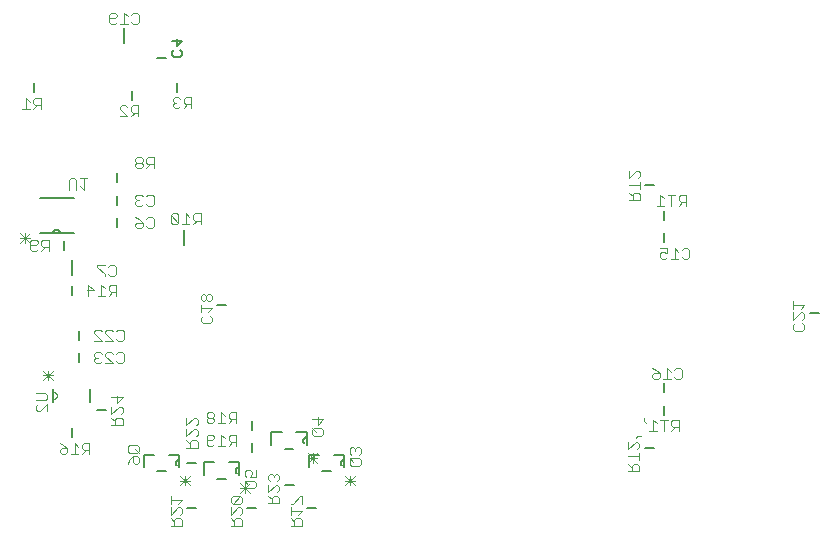
<source format=gbo>
G75*
%MOIN*%
%OFA0B0*%
%FSLAX25Y25*%
%IPPOS*%
%LPD*%
%AMOC8*
5,1,8,0,0,1.08239X$1,22.5*
%
%ADD10C,0.00600*%
%ADD11C,0.00300*%
%ADD12C,0.00800*%
%ADD13C,0.00000*%
%ADD14C,0.00700*%
D10*
X0085600Y0040100D02*
X0085600Y0044300D01*
X0089100Y0044300D01*
X0093900Y0044300D02*
X0097400Y0044300D01*
X0097400Y0042700D01*
X0097400Y0040100D01*
X0096500Y0040701D02*
X0096458Y0040754D01*
X0096419Y0040810D01*
X0096383Y0040868D01*
X0096351Y0040928D01*
X0096322Y0040989D01*
X0096296Y0041052D01*
X0096274Y0041117D01*
X0096255Y0041182D01*
X0096240Y0041249D01*
X0096229Y0041316D01*
X0096222Y0041384D01*
X0096218Y0041452D01*
X0096219Y0041520D01*
X0096223Y0041588D01*
X0096231Y0041656D01*
X0096242Y0041723D01*
X0096258Y0041789D01*
X0096277Y0041855D01*
X0096299Y0041919D01*
X0096325Y0041982D01*
X0096355Y0042043D01*
X0096388Y0042103D01*
X0096425Y0042160D01*
X0096464Y0042216D01*
X0096507Y0042269D01*
X0096552Y0042320D01*
X0096600Y0042368D01*
X0096651Y0042413D01*
X0096704Y0042456D01*
X0096760Y0042495D01*
X0096817Y0042531D01*
X0096877Y0042564D01*
X0096938Y0042594D01*
X0097001Y0042620D01*
X0097066Y0042643D01*
X0097131Y0042662D01*
X0097197Y0042677D01*
X0097265Y0042689D01*
X0097332Y0042696D01*
X0097400Y0042700D01*
X0092900Y0038700D02*
X0090100Y0038700D01*
X0105600Y0037600D02*
X0105600Y0041800D01*
X0109100Y0041800D01*
X0113900Y0041800D02*
X0117400Y0041800D01*
X0117400Y0040200D01*
X0117400Y0037600D01*
X0116500Y0038201D02*
X0116458Y0038254D01*
X0116419Y0038310D01*
X0116383Y0038368D01*
X0116351Y0038428D01*
X0116322Y0038489D01*
X0116296Y0038552D01*
X0116274Y0038617D01*
X0116255Y0038682D01*
X0116240Y0038749D01*
X0116229Y0038816D01*
X0116222Y0038884D01*
X0116218Y0038952D01*
X0116219Y0039020D01*
X0116223Y0039088D01*
X0116231Y0039156D01*
X0116242Y0039223D01*
X0116258Y0039289D01*
X0116277Y0039355D01*
X0116299Y0039419D01*
X0116325Y0039482D01*
X0116355Y0039543D01*
X0116388Y0039603D01*
X0116425Y0039660D01*
X0116464Y0039716D01*
X0116507Y0039769D01*
X0116552Y0039820D01*
X0116600Y0039868D01*
X0116651Y0039913D01*
X0116704Y0039956D01*
X0116760Y0039995D01*
X0116817Y0040031D01*
X0116877Y0040064D01*
X0116938Y0040094D01*
X0117001Y0040120D01*
X0117066Y0040143D01*
X0117131Y0040162D01*
X0117197Y0040177D01*
X0117265Y0040189D01*
X0117332Y0040196D01*
X0117400Y0040200D01*
X0112900Y0036200D02*
X0110100Y0036200D01*
X0128100Y0047600D02*
X0128100Y0051800D01*
X0131600Y0051800D01*
X0136400Y0051800D02*
X0139900Y0051800D01*
X0139900Y0050200D01*
X0139900Y0047600D01*
X0139000Y0048201D02*
X0138958Y0048254D01*
X0138919Y0048310D01*
X0138883Y0048368D01*
X0138851Y0048428D01*
X0138822Y0048489D01*
X0138796Y0048552D01*
X0138774Y0048617D01*
X0138755Y0048682D01*
X0138740Y0048749D01*
X0138729Y0048816D01*
X0138722Y0048884D01*
X0138718Y0048952D01*
X0138719Y0049020D01*
X0138723Y0049088D01*
X0138731Y0049156D01*
X0138742Y0049223D01*
X0138758Y0049289D01*
X0138777Y0049355D01*
X0138799Y0049419D01*
X0138825Y0049482D01*
X0138855Y0049543D01*
X0138888Y0049603D01*
X0138925Y0049660D01*
X0138964Y0049716D01*
X0139007Y0049769D01*
X0139052Y0049820D01*
X0139100Y0049868D01*
X0139151Y0049913D01*
X0139204Y0049956D01*
X0139260Y0049995D01*
X0139317Y0050031D01*
X0139377Y0050064D01*
X0139438Y0050094D01*
X0139501Y0050120D01*
X0139566Y0050143D01*
X0139631Y0050162D01*
X0139697Y0050177D01*
X0139765Y0050189D01*
X0139832Y0050196D01*
X0139900Y0050200D01*
X0135400Y0046200D02*
X0132600Y0046200D01*
X0140600Y0044300D02*
X0144100Y0044300D01*
X0140600Y0044300D02*
X0140600Y0040100D01*
X0145100Y0038700D02*
X0147900Y0038700D01*
X0152400Y0040100D02*
X0152400Y0042700D01*
X0152400Y0044300D01*
X0148900Y0044300D01*
X0152400Y0042700D02*
X0152332Y0042696D01*
X0152265Y0042689D01*
X0152197Y0042677D01*
X0152131Y0042662D01*
X0152066Y0042643D01*
X0152001Y0042620D01*
X0151938Y0042594D01*
X0151877Y0042564D01*
X0151817Y0042531D01*
X0151760Y0042495D01*
X0151704Y0042456D01*
X0151651Y0042413D01*
X0151600Y0042368D01*
X0151552Y0042320D01*
X0151507Y0042269D01*
X0151464Y0042216D01*
X0151425Y0042160D01*
X0151388Y0042103D01*
X0151355Y0042043D01*
X0151325Y0041982D01*
X0151299Y0041919D01*
X0151277Y0041855D01*
X0151258Y0041789D01*
X0151242Y0041723D01*
X0151231Y0041656D01*
X0151223Y0041588D01*
X0151219Y0041520D01*
X0151218Y0041452D01*
X0151222Y0041384D01*
X0151229Y0041316D01*
X0151240Y0041249D01*
X0151255Y0041182D01*
X0151274Y0041117D01*
X0151296Y0041052D01*
X0151322Y0040989D01*
X0151351Y0040928D01*
X0151383Y0040868D01*
X0151419Y0040810D01*
X0151458Y0040754D01*
X0151500Y0040701D01*
X0067600Y0061800D02*
X0067600Y0066200D01*
X0055400Y0066200D02*
X0055400Y0065200D01*
X0055400Y0062800D01*
X0055400Y0061800D01*
X0055300Y0118100D02*
X0050800Y0118100D01*
X0055300Y0118100D02*
X0057700Y0118100D01*
X0062200Y0118100D01*
X0057700Y0118100D02*
X0057698Y0118169D01*
X0057692Y0118237D01*
X0057682Y0118305D01*
X0057669Y0118372D01*
X0057651Y0118438D01*
X0057630Y0118503D01*
X0057605Y0118567D01*
X0057577Y0118629D01*
X0057545Y0118690D01*
X0057510Y0118749D01*
X0057471Y0118805D01*
X0057429Y0118860D01*
X0057384Y0118911D01*
X0057336Y0118961D01*
X0057286Y0119007D01*
X0057233Y0119050D01*
X0057177Y0119091D01*
X0057120Y0119128D01*
X0057060Y0119161D01*
X0056998Y0119192D01*
X0056935Y0119218D01*
X0056871Y0119241D01*
X0056805Y0119261D01*
X0056738Y0119276D01*
X0056671Y0119288D01*
X0056603Y0119296D01*
X0056534Y0119300D01*
X0056466Y0119300D01*
X0056397Y0119296D01*
X0056329Y0119288D01*
X0056262Y0119276D01*
X0056195Y0119261D01*
X0056129Y0119241D01*
X0056065Y0119218D01*
X0056002Y0119192D01*
X0055940Y0119161D01*
X0055880Y0119128D01*
X0055823Y0119091D01*
X0055767Y0119050D01*
X0055714Y0119007D01*
X0055664Y0118961D01*
X0055616Y0118911D01*
X0055571Y0118860D01*
X0055529Y0118805D01*
X0055490Y0118749D01*
X0055455Y0118690D01*
X0055423Y0118629D01*
X0055395Y0118567D01*
X0055370Y0118503D01*
X0055349Y0118438D01*
X0055331Y0118372D01*
X0055318Y0118305D01*
X0055308Y0118237D01*
X0055302Y0118169D01*
X0055300Y0118100D01*
X0050800Y0129900D02*
X0062200Y0129900D01*
D11*
X0057564Y0045759D02*
X0057564Y0045142D01*
X0058182Y0044525D01*
X0059416Y0044525D01*
X0060033Y0045142D01*
X0060033Y0046376D01*
X0058182Y0046376D01*
X0057564Y0045759D01*
X0058799Y0047611D02*
X0060033Y0046376D01*
X0058799Y0047611D02*
X0057564Y0048228D01*
X0062482Y0048228D02*
X0062482Y0044525D01*
X0063716Y0044525D02*
X0061248Y0044525D01*
X0063716Y0046994D02*
X0062482Y0048228D01*
X0064931Y0047611D02*
X0064931Y0046376D01*
X0065548Y0045759D01*
X0067399Y0045759D01*
X0066165Y0045759D02*
X0064931Y0044525D01*
X0067399Y0044525D02*
X0067399Y0048228D01*
X0065548Y0048228D01*
X0064931Y0047611D01*
X0074775Y0054150D02*
X0078478Y0054150D01*
X0078478Y0056002D01*
X0077861Y0056619D01*
X0076627Y0056619D01*
X0076010Y0056002D01*
X0076010Y0054150D01*
X0076010Y0055384D02*
X0074775Y0056619D01*
X0074775Y0057833D02*
X0077244Y0060302D01*
X0077861Y0060302D01*
X0078478Y0059685D01*
X0078478Y0058450D01*
X0077861Y0057833D01*
X0074775Y0057833D02*
X0074775Y0060302D01*
X0076627Y0061516D02*
X0076627Y0063985D01*
X0078478Y0063368D02*
X0074775Y0063368D01*
X0076627Y0061516D02*
X0078478Y0063368D01*
X0078233Y0074775D02*
X0076998Y0074775D01*
X0076381Y0075392D01*
X0075167Y0074775D02*
X0072698Y0077244D01*
X0072698Y0077861D01*
X0073315Y0078478D01*
X0074550Y0078478D01*
X0075167Y0077861D01*
X0076381Y0077861D02*
X0076998Y0078478D01*
X0078233Y0078478D01*
X0078850Y0077861D01*
X0078850Y0075392D01*
X0078233Y0074775D01*
X0075167Y0074775D02*
X0072698Y0074775D01*
X0071484Y0075392D02*
X0070867Y0074775D01*
X0069632Y0074775D01*
X0069015Y0075392D01*
X0069015Y0076010D01*
X0069632Y0076627D01*
X0070249Y0076627D01*
X0069632Y0076627D02*
X0069015Y0077244D01*
X0069015Y0077861D01*
X0069632Y0078478D01*
X0070867Y0078478D01*
X0071484Y0077861D01*
X0071484Y0082275D02*
X0069015Y0082275D01*
X0071484Y0082275D02*
X0069015Y0084744D01*
X0069015Y0085361D01*
X0069632Y0085978D01*
X0070867Y0085978D01*
X0071484Y0085361D01*
X0072698Y0085361D02*
X0073315Y0085978D01*
X0074550Y0085978D01*
X0075167Y0085361D01*
X0076381Y0085361D02*
X0076998Y0085978D01*
X0078233Y0085978D01*
X0078850Y0085361D01*
X0078850Y0082892D01*
X0078233Y0082275D01*
X0076998Y0082275D01*
X0076381Y0082892D01*
X0075167Y0082275D02*
X0072698Y0082275D01*
X0075167Y0082275D02*
X0072698Y0084744D01*
X0072698Y0085361D01*
X0072667Y0097275D02*
X0070198Y0097275D01*
X0071432Y0097275D02*
X0071432Y0100978D01*
X0072667Y0099744D01*
X0073881Y0100361D02*
X0073881Y0099127D01*
X0074498Y0098510D01*
X0076350Y0098510D01*
X0075116Y0098510D02*
X0073881Y0097275D01*
X0076350Y0097275D02*
X0076350Y0100978D01*
X0074498Y0100978D01*
X0073881Y0100361D01*
X0074365Y0103900D02*
X0073748Y0104517D01*
X0074365Y0103900D02*
X0075599Y0103900D01*
X0076216Y0104517D01*
X0076216Y0106986D01*
X0075599Y0107603D01*
X0074365Y0107603D01*
X0073748Y0106986D01*
X0072533Y0107603D02*
X0070064Y0107603D01*
X0070064Y0106986D01*
X0072533Y0104517D01*
X0072533Y0103900D01*
X0068984Y0099127D02*
X0067132Y0100978D01*
X0067132Y0097275D01*
X0066515Y0099127D02*
X0068984Y0099127D01*
X0053850Y0112275D02*
X0053850Y0115978D01*
X0051998Y0115978D01*
X0051381Y0115361D01*
X0051381Y0114127D01*
X0051998Y0113510D01*
X0053850Y0113510D01*
X0052616Y0113510D02*
X0051381Y0112275D01*
X0050167Y0112892D02*
X0049550Y0112275D01*
X0048315Y0112275D01*
X0047698Y0112892D01*
X0047698Y0115361D01*
X0048315Y0115978D01*
X0049550Y0115978D01*
X0050167Y0115361D01*
X0050167Y0114744D01*
X0049550Y0114127D01*
X0047698Y0114127D01*
X0047586Y0114930D02*
X0044450Y0118066D01*
X0044450Y0116498D02*
X0047586Y0116498D01*
X0047586Y0118066D02*
X0044450Y0114930D01*
X0046018Y0114930D02*
X0046018Y0118066D01*
X0060550Y0132647D02*
X0060550Y0135733D01*
X0061167Y0136350D01*
X0062402Y0136350D01*
X0063019Y0135733D01*
X0063019Y0132647D01*
X0064233Y0133881D02*
X0065468Y0132647D01*
X0065468Y0136350D01*
X0066702Y0136350D02*
X0064233Y0136350D01*
X0082698Y0140392D02*
X0083315Y0139775D01*
X0084550Y0139775D01*
X0085167Y0140392D01*
X0085167Y0141010D01*
X0084550Y0141627D01*
X0083315Y0141627D01*
X0082698Y0141010D01*
X0082698Y0140392D01*
X0083315Y0141627D02*
X0082698Y0142244D01*
X0082698Y0142861D01*
X0083315Y0143478D01*
X0084550Y0143478D01*
X0085167Y0142861D01*
X0085167Y0142244D01*
X0084550Y0141627D01*
X0086381Y0141627D02*
X0086998Y0141010D01*
X0088850Y0141010D01*
X0087616Y0141010D02*
X0086381Y0139775D01*
X0086381Y0141627D02*
X0086381Y0142861D01*
X0086998Y0143478D01*
X0088850Y0143478D01*
X0088850Y0139775D01*
X0088233Y0130978D02*
X0086998Y0130978D01*
X0086381Y0130361D01*
X0085167Y0130361D02*
X0084550Y0130978D01*
X0083315Y0130978D01*
X0082698Y0130361D01*
X0082698Y0129744D01*
X0083315Y0129127D01*
X0082698Y0128510D01*
X0082698Y0127892D01*
X0083315Y0127275D01*
X0084550Y0127275D01*
X0085167Y0127892D01*
X0086381Y0127892D02*
X0086998Y0127275D01*
X0088233Y0127275D01*
X0088850Y0127892D01*
X0088850Y0130361D01*
X0088233Y0130978D01*
X0083932Y0129127D02*
X0083315Y0129127D01*
X0082698Y0123478D02*
X0083932Y0122861D01*
X0085167Y0121627D01*
X0083315Y0121627D01*
X0082698Y0121010D01*
X0082698Y0120392D01*
X0083315Y0119775D01*
X0084550Y0119775D01*
X0085167Y0120392D01*
X0085167Y0121627D01*
X0086381Y0122861D02*
X0086998Y0123478D01*
X0088233Y0123478D01*
X0088850Y0122861D01*
X0088850Y0120392D01*
X0088233Y0119775D01*
X0086998Y0119775D01*
X0086381Y0120392D01*
X0094640Y0121642D02*
X0095257Y0121025D01*
X0096492Y0121025D01*
X0097109Y0121642D01*
X0094640Y0124111D01*
X0094640Y0121642D01*
X0097109Y0121642D02*
X0097109Y0124111D01*
X0096492Y0124728D01*
X0095257Y0124728D01*
X0094640Y0124111D01*
X0098323Y0121025D02*
X0100792Y0121025D01*
X0102006Y0121025D02*
X0103241Y0122260D01*
X0102624Y0122260D02*
X0104475Y0122260D01*
X0104475Y0121025D02*
X0104475Y0124728D01*
X0102624Y0124728D01*
X0102006Y0124111D01*
X0102006Y0122877D01*
X0102624Y0122260D01*
X0100792Y0123494D02*
X0099558Y0124728D01*
X0099558Y0121025D01*
X0105142Y0097936D02*
X0104525Y0097318D01*
X0104525Y0096084D01*
X0105142Y0095467D01*
X0105759Y0095467D01*
X0106376Y0096084D01*
X0106376Y0097318D01*
X0105759Y0097936D01*
X0105142Y0097936D01*
X0106376Y0097318D02*
X0106994Y0097936D01*
X0107611Y0097936D01*
X0108228Y0097318D01*
X0108228Y0096084D01*
X0107611Y0095467D01*
X0106994Y0095467D01*
X0106376Y0096084D01*
X0104525Y0094252D02*
X0104525Y0091784D01*
X0104525Y0093018D02*
X0108228Y0093018D01*
X0106994Y0091784D01*
X0107611Y0090569D02*
X0108228Y0089952D01*
X0108228Y0088718D01*
X0107611Y0088101D01*
X0105142Y0088101D01*
X0104525Y0088718D01*
X0104525Y0089952D01*
X0105142Y0090569D01*
X0107132Y0058478D02*
X0106515Y0057861D01*
X0106515Y0057244D01*
X0107132Y0056627D01*
X0108367Y0056627D01*
X0108984Y0057244D01*
X0108984Y0057861D01*
X0108367Y0058478D01*
X0107132Y0058478D01*
X0107132Y0056627D02*
X0106515Y0056010D01*
X0106515Y0055392D01*
X0107132Y0054775D01*
X0108367Y0054775D01*
X0108984Y0055392D01*
X0108984Y0056010D01*
X0108367Y0056627D01*
X0110198Y0054775D02*
X0112667Y0054775D01*
X0113881Y0054775D02*
X0115116Y0056010D01*
X0114498Y0056010D02*
X0116350Y0056010D01*
X0116350Y0054775D02*
X0116350Y0058478D01*
X0114498Y0058478D01*
X0113881Y0057861D01*
X0113881Y0056627D01*
X0114498Y0056010D01*
X0112667Y0057244D02*
X0111432Y0058478D01*
X0111432Y0054775D01*
X0111432Y0050978D02*
X0111432Y0047275D01*
X0110198Y0047275D02*
X0112667Y0047275D01*
X0113881Y0047275D02*
X0115116Y0048510D01*
X0114498Y0048510D02*
X0116350Y0048510D01*
X0116350Y0047275D02*
X0116350Y0050978D01*
X0114498Y0050978D01*
X0113881Y0050361D01*
X0113881Y0049127D01*
X0114498Y0048510D01*
X0112667Y0049744D02*
X0111432Y0050978D01*
X0108984Y0050361D02*
X0108984Y0049744D01*
X0108367Y0049127D01*
X0106515Y0049127D01*
X0106515Y0050361D02*
X0107132Y0050978D01*
X0108367Y0050978D01*
X0108984Y0050361D01*
X0108984Y0047892D02*
X0108367Y0047275D01*
X0107132Y0047275D01*
X0106515Y0047892D01*
X0106515Y0050361D01*
X0103478Y0050950D02*
X0102861Y0050333D01*
X0103478Y0050950D02*
X0103478Y0052185D01*
X0102861Y0052802D01*
X0102244Y0052802D01*
X0099775Y0050333D01*
X0099775Y0052802D01*
X0099775Y0054016D02*
X0102244Y0056485D01*
X0102861Y0056485D01*
X0103478Y0055868D01*
X0103478Y0054633D01*
X0102861Y0054016D01*
X0099775Y0054016D02*
X0099775Y0056485D01*
X0099775Y0049119D02*
X0101010Y0047884D01*
X0101010Y0048502D02*
X0101010Y0046650D01*
X0099775Y0046650D02*
X0103478Y0046650D01*
X0103478Y0048502D01*
X0102861Y0049119D01*
X0101627Y0049119D01*
X0101010Y0048502D01*
X0100870Y0037186D02*
X0097734Y0034050D01*
X0097734Y0035618D02*
X0100870Y0035618D01*
X0100870Y0034050D02*
X0097734Y0037186D01*
X0099302Y0037186D02*
X0099302Y0034050D01*
X0094525Y0030436D02*
X0094525Y0027967D01*
X0094525Y0026752D02*
X0094525Y0024284D01*
X0096994Y0026752D01*
X0097611Y0026752D01*
X0098228Y0026135D01*
X0098228Y0024901D01*
X0097611Y0024284D01*
X0097611Y0023069D02*
X0096376Y0023069D01*
X0095759Y0022452D01*
X0095759Y0020601D01*
X0095759Y0021835D02*
X0094525Y0023069D01*
X0094525Y0020601D02*
X0098228Y0020601D01*
X0098228Y0022452D01*
X0097611Y0023069D01*
X0096994Y0027967D02*
X0098228Y0029201D01*
X0094525Y0029201D01*
X0114525Y0028584D02*
X0115142Y0027967D01*
X0117611Y0030436D01*
X0115142Y0030436D01*
X0114525Y0029818D01*
X0114525Y0028584D01*
X0115142Y0027967D02*
X0117611Y0027967D01*
X0118228Y0028584D01*
X0118228Y0029818D01*
X0117611Y0030436D01*
X0117734Y0031550D02*
X0120870Y0034686D01*
X0120384Y0034284D02*
X0119150Y0035519D01*
X0119767Y0035519D02*
X0119150Y0034902D01*
X0119150Y0033667D01*
X0119767Y0033050D01*
X0122236Y0033050D01*
X0122853Y0033667D01*
X0122853Y0034902D01*
X0122236Y0035519D01*
X0119767Y0035519D01*
X0119302Y0034686D02*
X0119302Y0031550D01*
X0120870Y0031550D02*
X0117734Y0034686D01*
X0117734Y0033118D02*
X0120870Y0033118D01*
X0121002Y0036733D02*
X0121619Y0037968D01*
X0121619Y0038585D01*
X0121002Y0039202D01*
X0119767Y0039202D01*
X0119150Y0038585D01*
X0119150Y0037350D01*
X0119767Y0036733D01*
X0121002Y0036733D02*
X0122853Y0036733D01*
X0122853Y0039202D01*
X0127025Y0037318D02*
X0127025Y0036084D01*
X0127642Y0035467D01*
X0127025Y0034252D02*
X0127025Y0031784D01*
X0129494Y0034252D01*
X0130111Y0034252D01*
X0130728Y0033635D01*
X0130728Y0032401D01*
X0130111Y0031784D01*
X0130111Y0030569D02*
X0128876Y0030569D01*
X0128259Y0029952D01*
X0128259Y0028101D01*
X0128259Y0029335D02*
X0127025Y0030569D01*
X0127025Y0028101D02*
X0130728Y0028101D01*
X0130728Y0029952D01*
X0130111Y0030569D01*
X0134525Y0027967D02*
X0135142Y0027967D01*
X0137611Y0030436D01*
X0138228Y0030436D01*
X0138228Y0027967D01*
X0138228Y0025518D02*
X0134525Y0025518D01*
X0134525Y0024284D02*
X0134525Y0026752D01*
X0136994Y0024284D02*
X0138228Y0025518D01*
X0137611Y0023069D02*
X0136376Y0023069D01*
X0135759Y0022452D01*
X0135759Y0020601D01*
X0135759Y0021835D02*
X0134525Y0023069D01*
X0134525Y0020601D02*
X0138228Y0020601D01*
X0138228Y0022452D01*
X0137611Y0023069D01*
X0130111Y0035467D02*
X0130728Y0036084D01*
X0130728Y0037318D01*
X0130111Y0037936D01*
X0129494Y0037936D01*
X0128876Y0037318D01*
X0128259Y0037936D01*
X0127642Y0037936D01*
X0127025Y0037318D01*
X0128876Y0037318D02*
X0128876Y0036701D01*
X0140234Y0041550D02*
X0143370Y0044686D01*
X0143370Y0043118D02*
X0140234Y0043118D01*
X0140234Y0044686D02*
X0143370Y0041550D01*
X0141802Y0041550D02*
X0141802Y0044686D01*
X0142267Y0050550D02*
X0141650Y0051167D01*
X0141650Y0052402D01*
X0142267Y0053019D01*
X0144736Y0053019D01*
X0145353Y0052402D01*
X0145353Y0051167D01*
X0144736Y0050550D01*
X0142267Y0050550D01*
X0142884Y0051784D02*
X0141650Y0053019D01*
X0143502Y0054233D02*
X0143502Y0056702D01*
X0145353Y0056085D02*
X0143502Y0054233D01*
X0145353Y0056085D02*
X0141650Y0056085D01*
X0154150Y0046085D02*
X0154767Y0046702D01*
X0155384Y0046702D01*
X0156002Y0046085D01*
X0156002Y0045468D01*
X0156002Y0046085D02*
X0156619Y0046702D01*
X0157236Y0046702D01*
X0157853Y0046085D01*
X0157853Y0044850D01*
X0157236Y0044233D01*
X0157236Y0043019D02*
X0154767Y0043019D01*
X0154150Y0042402D01*
X0154150Y0041167D01*
X0154767Y0040550D01*
X0157236Y0040550D01*
X0157853Y0041167D01*
X0157853Y0042402D01*
X0157236Y0043019D01*
X0155384Y0041784D02*
X0154150Y0043019D01*
X0154767Y0044233D02*
X0154150Y0044850D01*
X0154150Y0046085D01*
X0154302Y0037186D02*
X0154302Y0034050D01*
X0155870Y0034050D02*
X0152734Y0037186D01*
X0152734Y0035618D02*
X0155870Y0035618D01*
X0155870Y0037186D02*
X0152734Y0034050D01*
X0118228Y0026135D02*
X0118228Y0024901D01*
X0117611Y0024284D01*
X0117611Y0023069D02*
X0116376Y0023069D01*
X0115759Y0022452D01*
X0115759Y0020601D01*
X0115759Y0021835D02*
X0114525Y0023069D01*
X0114525Y0024284D02*
X0116994Y0026752D01*
X0117611Y0026752D01*
X0118228Y0026135D01*
X0114525Y0026752D02*
X0114525Y0024284D01*
X0117611Y0023069D02*
X0118228Y0022452D01*
X0118228Y0020601D01*
X0114525Y0020601D01*
X0083850Y0041915D02*
X0083233Y0041298D01*
X0082616Y0041298D01*
X0081998Y0041915D01*
X0081998Y0043767D01*
X0083233Y0043767D01*
X0083850Y0043150D01*
X0083850Y0041915D01*
X0081998Y0043767D02*
X0080764Y0042532D01*
X0080147Y0041298D01*
X0080764Y0044981D02*
X0083233Y0044981D01*
X0083850Y0045598D01*
X0083850Y0046833D01*
X0083233Y0047450D01*
X0080764Y0047450D01*
X0080147Y0046833D01*
X0080147Y0045598D01*
X0080764Y0044981D01*
X0082616Y0046216D02*
X0083850Y0044981D01*
X0053350Y0058698D02*
X0053350Y0061167D01*
X0050881Y0058698D01*
X0050264Y0058698D01*
X0049647Y0059315D01*
X0049647Y0060550D01*
X0050264Y0061167D01*
X0049647Y0062381D02*
X0052733Y0062381D01*
X0053350Y0062998D01*
X0053350Y0064233D01*
X0052733Y0064850D01*
X0049647Y0064850D01*
X0052030Y0069114D02*
X0055166Y0072250D01*
X0053598Y0072250D02*
X0053598Y0069114D01*
X0055166Y0069114D02*
X0052030Y0072250D01*
X0052030Y0070682D02*
X0055166Y0070682D01*
X0077564Y0157025D02*
X0080033Y0157025D01*
X0077564Y0159494D01*
X0077564Y0160111D01*
X0078182Y0160728D01*
X0079416Y0160728D01*
X0080033Y0160111D01*
X0081248Y0160111D02*
X0081248Y0158876D01*
X0081865Y0158259D01*
X0083716Y0158259D01*
X0082482Y0158259D02*
X0081248Y0157025D01*
X0083716Y0157025D02*
X0083716Y0160728D01*
X0081865Y0160728D01*
X0081248Y0160111D01*
X0095198Y0160392D02*
X0095815Y0159775D01*
X0097050Y0159775D01*
X0097667Y0160392D01*
X0098881Y0159775D02*
X0100116Y0161010D01*
X0099498Y0161010D02*
X0101350Y0161010D01*
X0101350Y0159775D02*
X0101350Y0163478D01*
X0099498Y0163478D01*
X0098881Y0162861D01*
X0098881Y0161627D01*
X0099498Y0161010D01*
X0097667Y0162861D02*
X0097050Y0163478D01*
X0095815Y0163478D01*
X0095198Y0162861D01*
X0095198Y0162244D01*
X0095815Y0161627D01*
X0095198Y0161010D01*
X0095198Y0160392D01*
X0095815Y0161627D02*
X0096432Y0161627D01*
X0083233Y0187900D02*
X0081998Y0187900D01*
X0081381Y0188517D01*
X0080167Y0187900D02*
X0077698Y0187900D01*
X0078932Y0187900D02*
X0078932Y0191603D01*
X0080167Y0190369D01*
X0081381Y0190986D02*
X0081998Y0191603D01*
X0083233Y0191603D01*
X0083850Y0190986D01*
X0083850Y0188517D01*
X0083233Y0187900D01*
X0076484Y0188517D02*
X0075867Y0187900D01*
X0074632Y0187900D01*
X0074015Y0188517D01*
X0074015Y0190986D01*
X0074632Y0191603D01*
X0075867Y0191603D01*
X0076484Y0190986D01*
X0076484Y0190369D01*
X0075867Y0189752D01*
X0074015Y0189752D01*
X0051216Y0163228D02*
X0049365Y0163228D01*
X0048748Y0162611D01*
X0048748Y0161376D01*
X0049365Y0160759D01*
X0051216Y0160759D01*
X0049982Y0160759D02*
X0048748Y0159525D01*
X0047533Y0159525D02*
X0045064Y0159525D01*
X0046299Y0159525D02*
X0046299Y0163228D01*
X0047533Y0161994D01*
X0051216Y0163228D02*
X0051216Y0159525D01*
X0247025Y0048594D02*
X0247025Y0046125D01*
X0249494Y0048594D01*
X0250111Y0048594D01*
X0250728Y0047977D01*
X0250728Y0046742D01*
X0250111Y0046125D01*
X0250728Y0044911D02*
X0250728Y0042442D01*
X0250728Y0043677D02*
X0247025Y0043677D01*
X0247025Y0041228D02*
X0248259Y0039993D01*
X0248259Y0040611D02*
X0248259Y0038759D01*
X0247025Y0038759D02*
X0250728Y0038759D01*
X0250728Y0040611D01*
X0250111Y0041228D01*
X0248876Y0041228D01*
X0248259Y0040611D01*
X0249494Y0049808D02*
X0250111Y0050426D01*
X0251345Y0050426D01*
X0254015Y0052275D02*
X0256484Y0052275D01*
X0255249Y0052275D02*
X0255249Y0055978D01*
X0256484Y0054744D01*
X0257698Y0055978D02*
X0260167Y0055978D01*
X0258932Y0055978D02*
X0258932Y0052275D01*
X0261381Y0052275D02*
X0262616Y0053510D01*
X0261998Y0053510D02*
X0263850Y0053510D01*
X0263850Y0052275D02*
X0263850Y0055978D01*
X0261998Y0055978D01*
X0261381Y0055361D01*
X0261381Y0054127D01*
X0261998Y0053510D01*
X0252801Y0054744D02*
X0252183Y0055361D01*
X0252183Y0056596D01*
X0255682Y0069525D02*
X0255064Y0070142D01*
X0255064Y0070759D01*
X0255682Y0071376D01*
X0257533Y0071376D01*
X0257533Y0070142D01*
X0256916Y0069525D01*
X0255682Y0069525D01*
X0257533Y0071376D02*
X0256299Y0072611D01*
X0255064Y0073228D01*
X0259982Y0073228D02*
X0259982Y0069525D01*
X0261216Y0069525D02*
X0258748Y0069525D01*
X0262431Y0070142D02*
X0263048Y0069525D01*
X0264282Y0069525D01*
X0264899Y0070142D01*
X0264899Y0072611D01*
X0264282Y0073228D01*
X0263048Y0073228D01*
X0262431Y0072611D01*
X0261216Y0071994D02*
X0259982Y0073228D01*
X0302025Y0086218D02*
X0302025Y0087452D01*
X0302642Y0088069D01*
X0302025Y0089284D02*
X0304494Y0091752D01*
X0305111Y0091752D01*
X0305728Y0091135D01*
X0305728Y0089901D01*
X0305111Y0089284D01*
X0305111Y0088069D02*
X0305728Y0087452D01*
X0305728Y0086218D01*
X0305111Y0085601D01*
X0302642Y0085601D01*
X0302025Y0086218D01*
X0302025Y0089284D02*
X0302025Y0091752D01*
X0302025Y0092967D02*
X0302025Y0095436D01*
X0302025Y0094201D02*
X0305728Y0094201D01*
X0304494Y0092967D01*
X0267399Y0110142D02*
X0266782Y0109525D01*
X0265548Y0109525D01*
X0264931Y0110142D01*
X0263716Y0109525D02*
X0261248Y0109525D01*
X0262482Y0109525D02*
X0262482Y0113228D01*
X0263716Y0111994D01*
X0264931Y0112611D02*
X0265548Y0113228D01*
X0266782Y0113228D01*
X0267399Y0112611D01*
X0267399Y0110142D01*
X0260033Y0110142D02*
X0259416Y0109525D01*
X0258182Y0109525D01*
X0257564Y0110142D01*
X0257564Y0111376D01*
X0258182Y0111994D01*
X0258799Y0111994D01*
X0260033Y0111376D01*
X0260033Y0113228D01*
X0257564Y0113228D01*
X0257749Y0127275D02*
X0257749Y0130978D01*
X0258984Y0129744D01*
X0260198Y0130978D02*
X0262667Y0130978D01*
X0261432Y0130978D02*
X0261432Y0127275D01*
X0258984Y0127275D02*
X0256515Y0127275D01*
X0250978Y0129150D02*
X0250978Y0131002D01*
X0250361Y0131619D01*
X0249127Y0131619D01*
X0248510Y0131002D01*
X0248510Y0129150D01*
X0248510Y0130384D02*
X0247275Y0131619D01*
X0247275Y0134068D02*
X0250978Y0134068D01*
X0250978Y0135302D02*
X0250978Y0132833D01*
X0250978Y0129150D02*
X0247275Y0129150D01*
X0247275Y0136516D02*
X0249744Y0138985D01*
X0250361Y0138985D01*
X0250978Y0138368D01*
X0250978Y0137133D01*
X0250361Y0136516D01*
X0247275Y0136516D02*
X0247275Y0138985D01*
X0263881Y0130361D02*
X0263881Y0129127D01*
X0264498Y0128510D01*
X0266350Y0128510D01*
X0265116Y0128510D02*
X0263881Y0127275D01*
X0266350Y0127275D02*
X0266350Y0130978D01*
X0264498Y0130978D01*
X0263881Y0130361D01*
D12*
X0259000Y0125500D02*
X0259000Y0122500D01*
X0259000Y0118000D02*
X0259000Y0115000D01*
X0255500Y0134000D02*
X0252500Y0134000D01*
X0307500Y0091500D02*
X0310500Y0091500D01*
X0259000Y0068000D02*
X0259000Y0065000D01*
X0259000Y0060500D02*
X0259000Y0057500D01*
X0255500Y0046500D02*
X0252500Y0046500D01*
X0143000Y0026500D02*
X0140000Y0026500D01*
X0135500Y0034000D02*
X0132500Y0034000D01*
X0123000Y0026500D02*
X0120000Y0026500D01*
X0103000Y0026500D02*
X0100000Y0026500D01*
X0100000Y0041500D02*
X0103000Y0041500D01*
X0121500Y0045000D02*
X0121500Y0048000D01*
X0121500Y0052500D02*
X0121500Y0055500D01*
X0073000Y0059000D02*
X0070000Y0059000D01*
X0061500Y0053000D02*
X0061500Y0050000D01*
X0064000Y0075000D02*
X0064000Y0078000D01*
X0064000Y0082500D02*
X0064000Y0085500D01*
X0061500Y0097500D02*
X0061500Y0100500D01*
X0061500Y0104000D02*
X0061500Y0109000D01*
X0059000Y0112500D02*
X0059000Y0115500D01*
X0076500Y0120000D02*
X0076500Y0123000D01*
X0076500Y0127500D02*
X0076500Y0130500D01*
X0076500Y0135000D02*
X0076500Y0138000D01*
X0099000Y0119000D02*
X0099000Y0114000D01*
X0110000Y0094000D02*
X0113000Y0094000D01*
X0081500Y0162500D02*
X0081500Y0165500D01*
X0096500Y0165000D02*
X0096500Y0168000D01*
X0093000Y0176500D02*
X0090000Y0176500D01*
X0079000Y0181500D02*
X0079000Y0186500D01*
X0049000Y0168000D02*
X0049000Y0165000D01*
D13*
X0055400Y0065200D02*
X0055469Y0065198D01*
X0055537Y0065192D01*
X0055605Y0065182D01*
X0055672Y0065169D01*
X0055738Y0065151D01*
X0055803Y0065130D01*
X0055867Y0065105D01*
X0055929Y0065077D01*
X0055990Y0065045D01*
X0056049Y0065010D01*
X0056105Y0064971D01*
X0056160Y0064929D01*
X0056211Y0064884D01*
X0056261Y0064836D01*
X0056307Y0064786D01*
X0056350Y0064733D01*
X0056391Y0064677D01*
X0056428Y0064620D01*
X0056461Y0064560D01*
X0056492Y0064498D01*
X0056518Y0064435D01*
X0056541Y0064371D01*
X0056561Y0064305D01*
X0056576Y0064238D01*
X0056588Y0064171D01*
X0056596Y0064103D01*
X0056600Y0064034D01*
X0056600Y0063966D01*
X0056596Y0063897D01*
X0056588Y0063829D01*
X0056576Y0063762D01*
X0056561Y0063695D01*
X0056541Y0063629D01*
X0056518Y0063565D01*
X0056492Y0063502D01*
X0056461Y0063440D01*
X0056428Y0063380D01*
X0056391Y0063323D01*
X0056350Y0063267D01*
X0056307Y0063214D01*
X0056261Y0063164D01*
X0056211Y0063116D01*
X0056160Y0063071D01*
X0056105Y0063029D01*
X0056049Y0062990D01*
X0055990Y0062955D01*
X0055929Y0062923D01*
X0055867Y0062895D01*
X0055803Y0062870D01*
X0055738Y0062849D01*
X0055672Y0062831D01*
X0055605Y0062818D01*
X0055537Y0062808D01*
X0055469Y0062802D01*
X0055400Y0062800D01*
D14*
X0095526Y0176850D02*
X0094975Y0177400D01*
X0094975Y0178501D01*
X0095526Y0179052D01*
X0096627Y0180533D02*
X0096627Y0182735D01*
X0098278Y0182185D02*
X0094975Y0182185D01*
X0096627Y0180533D02*
X0098278Y0182185D01*
X0097728Y0179052D02*
X0098278Y0178501D01*
X0098278Y0177400D01*
X0097728Y0176850D01*
X0095526Y0176850D01*
M02*

</source>
